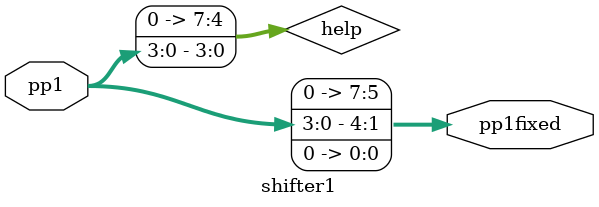
<source format=v>


module shifter1(input [3:0] pp1, output wire [7:0] pp1fixed );
 

wire [7:0] help ;

assign help [7:4] = 4'b0000;
assign help [3:0] = pp1[3:0];
assign pp1fixed = help<<1;


endmodule


</source>
